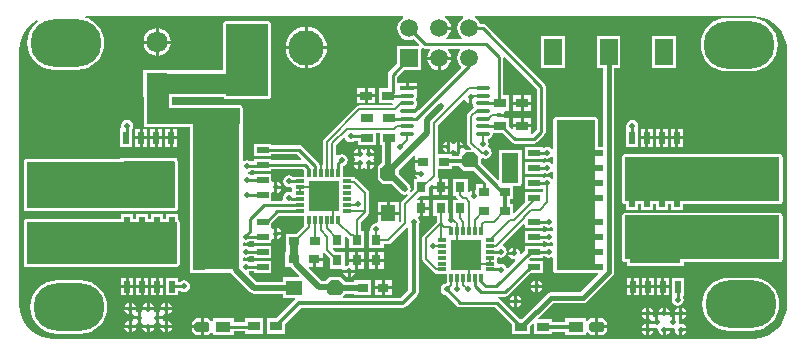
<source format=gtl>
G04*
G04 #@! TF.GenerationSoftware,Altium Limited,Altium Designer,22.1.2 (22)*
G04*
G04 Layer_Physical_Order=1*
G04 Layer_Color=255*
%FSLAX25Y25*%
%MOIN*%
G70*
G04*
G04 #@! TF.SameCoordinates,03C845ED-AF23-4815-B137-924D907A0311*
G04*
G04*
G04 #@! TF.FilePolarity,Positive*
G04*
G01*
G75*
%ADD10C,0.01000*%
%ADD11C,0.00787*%
%ADD14C,0.00591*%
%ADD15R,0.12800X0.16950*%
%ADD16R,0.03940X0.01960*%
%ADD17R,0.05000X0.03500*%
G04:AMPARAMS|DCode=18|XSize=50mil|YSize=35mil|CornerRadius=0mil|HoleSize=0mil|Usage=FLASHONLY|Rotation=0.000|XOffset=0mil|YOffset=0mil|HoleType=Round|Shape=Octagon|*
%AMOCTAGOND18*
4,1,8,0.02500,-0.00875,0.02500,0.00875,0.01625,0.01750,-0.01625,0.01750,-0.02500,0.00875,-0.02500,-0.00875,-0.01625,-0.01750,0.01625,-0.01750,0.02500,-0.00875,0.0*
%
%ADD18OCTAGOND18*%

%ADD19R,0.04000X0.03150*%
G04:AMPARAMS|DCode=20|XSize=55mil|YSize=50mil|CornerRadius=0mil|HoleSize=0mil|Usage=FLASHONLY|Rotation=0.000|XOffset=0mil|YOffset=0mil|HoleType=Round|Shape=Octagon|*
%AMOCTAGOND20*
4,1,8,0.02750,-0.01250,0.02750,0.01250,0.01500,0.02500,-0.01500,0.02500,-0.02750,0.01250,-0.02750,-0.01250,-0.01500,-0.02500,0.01500,-0.02500,0.02750,-0.01250,0.0*
%
%ADD20OCTAGOND20*%

%ADD21R,0.05500X0.05000*%
%ADD22R,0.03500X0.03000*%
%ADD23R,0.16950X0.12800*%
%ADD24R,0.01960X0.03940*%
%ADD25R,0.03150X0.01181*%
%ADD26R,0.01181X0.03150*%
%ADD27R,0.10236X0.10236*%
%ADD28R,0.03000X0.03500*%
G04:AMPARAMS|DCode=29|XSize=55mil|YSize=50mil|CornerRadius=0mil|HoleSize=0mil|Usage=FLASHONLY|Rotation=90.000|XOffset=0mil|YOffset=0mil|HoleType=Round|Shape=Octagon|*
%AMOCTAGOND29*
4,1,8,0.01250,0.02750,-0.01250,0.02750,-0.02500,0.01500,-0.02500,-0.01500,-0.01250,-0.02750,0.01250,-0.02750,0.02500,-0.01500,0.02500,0.01500,0.01250,0.02750,0.0*
%
%ADD29OCTAGOND29*%

%ADD30R,0.05000X0.05500*%
%ADD31R,0.04724X0.01260*%
%ADD32O,0.04724X0.01260*%
%ADD59C,0.01378*%
%ADD60C,0.01575*%
%ADD61C,0.01968*%
%ADD62R,0.13000X0.50000*%
%ADD63R,0.15500X0.53000*%
%ADD64R,0.03000X0.09000*%
%ADD65R,0.50000X0.14000*%
%ADD66R,0.51500X0.14500*%
%ADD67R,0.49500X0.15500*%
%ADD68R,0.05500X0.10000*%
%ADD69R,0.30500X0.05500*%
%ADD70R,0.07500X0.17000*%
%ADD71R,0.14000X0.24000*%
%ADD72R,0.40000X0.07000*%
G04:AMPARAMS|DCode=73|XSize=236.22mil|YSize=157.48mil|CornerRadius=78.74mil|HoleSize=0mil|Usage=FLASHONLY|Rotation=180.000|XOffset=0mil|YOffset=0mil|HoleType=Round|Shape=RoundedRectangle|*
%AMROUNDEDRECTD73*
21,1,0.23622,0.00000,0,0,180.0*
21,1,0.07874,0.15748,0,0,180.0*
1,1,0.15748,-0.03937,0.00000*
1,1,0.15748,0.03937,0.00000*
1,1,0.15748,0.03937,0.00000*
1,1,0.15748,-0.03937,0.00000*
%
%ADD73ROUNDEDRECTD73*%
%ADD74C,0.11811*%
%ADD75R,0.07087X0.07087*%
%ADD76C,0.07087*%
%ADD77R,0.05906X0.08661*%
%ADD78R,0.05906X0.05906*%
%ADD79C,0.05906*%
%ADD80C,0.01968*%
%ADD81C,0.04331*%
%ADD82C,0.01575*%
%ADD83C,0.01181*%
G36*
X150050Y108971D02*
X150007Y108953D01*
X149181Y108319D01*
X148547Y107493D01*
X148149Y106532D01*
X148013Y105500D01*
X148149Y104468D01*
X148547Y103507D01*
X149181Y102681D01*
X149747Y102246D01*
X149577Y101746D01*
X144422D01*
X144253Y102246D01*
X144819Y102681D01*
X145453Y103507D01*
X145851Y104468D01*
X145921Y105000D01*
X142000D01*
Y106000D01*
X145921D01*
X145851Y106532D01*
X145453Y107493D01*
X144819Y108319D01*
X143993Y108953D01*
X143950Y108971D01*
X144050Y109471D01*
X149950D01*
X150050Y108971D01*
D02*
G37*
G36*
X246034Y109471D02*
X246217Y109470D01*
X246530Y109470D01*
X247024Y109466D01*
X248508Y109349D01*
X250222Y108937D01*
X251852Y108262D01*
X253355Y107341D01*
X254696Y106196D01*
X255841Y104855D01*
X256762Y103351D01*
X257437Y101723D01*
X257849Y100008D01*
X257970Y98470D01*
X257970Y98470D01*
X257970D01*
X257971Y98469D01*
Y13994D01*
X257971Y13966D01*
X257970Y13776D01*
X257970Y13470D01*
X257965Y12976D01*
X257849Y11492D01*
X257437Y9777D01*
X256762Y8149D01*
X255841Y6645D01*
X254696Y5304D01*
X253355Y4159D01*
X251852Y3238D01*
X250222Y2563D01*
X248508Y2151D01*
X246970Y2030D01*
X246970Y2030D01*
Y2030D01*
X246969Y2029D01*
X13994Y2029D01*
X13966Y2029D01*
X13776Y2030D01*
X13470Y2030D01*
X12976Y2035D01*
X11492Y2151D01*
X9777Y2563D01*
X8149Y3238D01*
X6645Y4159D01*
X5304Y5304D01*
X4159Y6645D01*
X3238Y8149D01*
X2563Y9777D01*
X2151Y11492D01*
X2030Y13030D01*
X2030Y13030D01*
X2030D01*
X2029Y13031D01*
Y97506D01*
X2029Y97534D01*
X2030Y97724D01*
X2030Y98030D01*
X2035Y98524D01*
X2151Y100008D01*
X2563Y101723D01*
X3238Y103351D01*
X4159Y104855D01*
X5304Y106196D01*
X6645Y107341D01*
X7933Y108130D01*
X8059Y108109D01*
X8201Y107579D01*
X7258Y106805D01*
X6149Y105454D01*
X5325Y103912D01*
X4817Y102240D01*
X4646Y100500D01*
X4817Y98760D01*
X5325Y97088D01*
X6149Y95546D01*
X7258Y94195D01*
X8609Y93086D01*
X10151Y92262D01*
X11823Y91754D01*
X13563Y91583D01*
X21437D01*
X23177Y91754D01*
X24849Y92262D01*
X26391Y93086D01*
X27742Y94195D01*
X28851Y95546D01*
X29675Y97088D01*
X30183Y98760D01*
X30354Y100500D01*
X30183Y102240D01*
X29675Y103912D01*
X28851Y105454D01*
X27742Y106805D01*
X26391Y107914D01*
X24849Y108738D01*
X24083Y108971D01*
X24157Y109471D01*
X129950Y109471D01*
X130050Y108971D01*
X130007Y108953D01*
X129181Y108319D01*
X128547Y107493D01*
X128149Y106532D01*
X128013Y105500D01*
X128149Y104468D01*
X128547Y103507D01*
X129181Y102681D01*
X130007Y102047D01*
X130968Y101649D01*
X132000Y101513D01*
X133032Y101649D01*
X133496Y101841D01*
X135422Y99915D01*
X135231Y99453D01*
X128047D01*
Y93710D01*
X125419Y91081D01*
X125087Y90585D01*
X124971Y90000D01*
Y85575D01*
X122000D01*
Y80425D01*
X126323D01*
X126591Y79925D01*
X126521Y79821D01*
X115443D01*
X114938Y79720D01*
X114509Y79434D01*
X103550Y68474D01*
X103263Y68046D01*
X103163Y67540D01*
Y59931D01*
X102893D01*
Y57356D01*
X102137D01*
Y59931D01*
X102025D01*
X101960Y60259D01*
X101628Y60755D01*
X96302Y66081D01*
X95806Y66413D01*
X95221Y66529D01*
X86099D01*
Y66980D01*
X80159D01*
Y63020D01*
X86099D01*
Y63471D01*
X94587D01*
X96066Y61991D01*
X95875Y61529D01*
X86099D01*
Y61980D01*
X80159D01*
Y61215D01*
X79005D01*
X78774Y61369D01*
X78000Y61523D01*
X77226Y61369D01*
X77020Y61231D01*
X76520Y61499D01*
Y78500D01*
Y79000D01*
X76442Y79390D01*
X76221Y79721D01*
X75890Y79942D01*
X75500Y80020D01*
X53020D01*
Y82480D01*
X70144D01*
X70279Y82279D01*
X70610Y82058D01*
X71000Y81980D01*
X85000D01*
X85390Y82058D01*
X85721Y82279D01*
X85942Y82610D01*
X86020Y83000D01*
Y107000D01*
X85942Y107390D01*
X85721Y107721D01*
X85390Y107942D01*
X85000Y108020D01*
X71000D01*
X70610Y107942D01*
X70279Y107721D01*
X70058Y107390D01*
X69980Y107000D01*
Y91520D01*
X52543D01*
Y91654D01*
X43457D01*
Y82567D01*
X43480D01*
Y73500D01*
X43558Y73110D01*
X43779Y72779D01*
X44110Y72558D01*
X44500Y72480D01*
X58980D01*
Y66980D01*
X58939D01*
Y63020D01*
X58980D01*
Y61980D01*
X58939D01*
Y58020D01*
X58980D01*
Y56980D01*
X58939D01*
Y53020D01*
X58980D01*
Y51980D01*
X58939D01*
Y48020D01*
X58980D01*
Y42980D01*
X58939D01*
Y39020D01*
X58980D01*
Y37980D01*
X58939D01*
Y34020D01*
X58980D01*
Y32980D01*
X58939D01*
Y29020D01*
X58980D01*
Y27980D01*
X58939D01*
Y24020D01*
X64879D01*
Y24025D01*
X72605D01*
X72985Y23456D01*
X78871Y17569D01*
X79528Y17131D01*
X80302Y16977D01*
X90000D01*
Y15500D01*
X93808D01*
X94015Y15000D01*
X87789Y8775D01*
X84650D01*
Y3625D01*
X90650D01*
Y6765D01*
X96163Y12278D01*
X130000D01*
X130659Y12409D01*
X131218Y12782D01*
X134718Y16282D01*
X135091Y16841D01*
X135222Y17500D01*
Y40006D01*
X135369Y40226D01*
X135523Y41000D01*
X135369Y41774D01*
X135051Y42250D01*
X135284Y42750D01*
X135500D01*
Y45500D01*
Y48250D01*
X134763D01*
X134572Y48712D01*
X135510Y49650D01*
X138500D01*
Y52490D01*
X139538Y53528D01*
X140000Y53337D01*
Y53000D01*
X142000D01*
Y55250D01*
X141895D01*
X141627Y55750D01*
X141669Y55813D01*
X141777Y56356D01*
Y58500D01*
X146250D01*
Y59528D01*
X148722D01*
X150250Y58000D01*
X153565D01*
X157603Y53962D01*
X157600Y53955D01*
Y51000D01*
X156600D01*
Y53500D01*
X154350D01*
Y51864D01*
X154000Y51577D01*
Y49500D01*
X153000D01*
Y51424D01*
X152726Y51369D01*
X152069Y50931D01*
X152000Y50827D01*
X151500Y50978D01*
Y55150D01*
X146500D01*
Y49650D01*
X147702D01*
X147780Y49259D01*
X148066Y48830D01*
X148185Y48712D01*
X147993Y48250D01*
X146500D01*
Y43818D01*
X146114Y43501D01*
X146000Y43523D01*
X145500Y43424D01*
X145000Y43774D01*
Y48350D01*
X140000D01*
Y42850D01*
X141179D01*
Y40955D01*
X136810Y36586D01*
X136524Y36158D01*
X136423Y35652D01*
Y28432D01*
X136524Y27927D01*
X136810Y27498D01*
X140081Y24228D01*
X140509Y23941D01*
X140551Y23933D01*
Y23488D01*
X144488D01*
Y20521D01*
X143726Y20369D01*
X143069Y19931D01*
X142631Y19274D01*
X142477Y18500D01*
X142631Y17726D01*
X143069Y17069D01*
X143726Y16631D01*
X144309Y16515D01*
X147905Y12919D01*
X148401Y12587D01*
X148987Y12471D01*
X160716D01*
X166350Y6837D01*
Y3425D01*
X172350D01*
Y6273D01*
X173188Y7111D01*
X173650Y6919D01*
Y3425D01*
X179650D01*
Y4278D01*
X184000D01*
Y3250D01*
X191000D01*
Y3972D01*
X191462Y4163D01*
X192375Y3250D01*
X194000D01*
Y6000D01*
Y8750D01*
X192375D01*
X191462Y7837D01*
X191000Y8028D01*
Y8750D01*
X184000D01*
Y7722D01*
X179650D01*
Y8575D01*
X175305D01*
X175114Y9037D01*
X179888Y13811D01*
X189832D01*
X189832Y13811D01*
X190529Y13950D01*
X191120Y14345D01*
X199767Y22991D01*
X199767Y22991D01*
X200162Y23582D01*
X200300Y24280D01*
X200300Y24280D01*
Y92169D01*
X202453D01*
Y102831D01*
X194547D01*
Y92169D01*
X196655D01*
Y65980D01*
X195020D01*
Y75000D01*
X194942Y75390D01*
X194721Y75721D01*
X194390Y75942D01*
X194000Y76020D01*
X181000D01*
X180610Y75942D01*
X180279Y75721D01*
X180058Y75390D01*
X179980Y75000D01*
Y65508D01*
X179480Y65356D01*
X179431Y65431D01*
X178774Y65869D01*
X178000Y66023D01*
X177226Y65869D01*
X176970Y65698D01*
X176470Y65965D01*
Y65980D01*
X170530D01*
Y62020D01*
X176470D01*
Y62034D01*
X176970Y62302D01*
X177226Y62131D01*
X178000Y61977D01*
X178774Y62131D01*
X179431Y62569D01*
X179480Y62644D01*
X179980Y62492D01*
Y60508D01*
X179480Y60356D01*
X179431Y60431D01*
X178774Y60869D01*
X178000Y61023D01*
X177226Y60869D01*
X176970Y60698D01*
X176470Y60966D01*
Y60980D01*
X170530D01*
Y57020D01*
X176470D01*
Y57034D01*
X176970Y57302D01*
X177226Y57131D01*
X178000Y56977D01*
X178774Y57131D01*
X179431Y57569D01*
X179480Y57644D01*
X179980Y57492D01*
Y55508D01*
X179480Y55356D01*
X179431Y55431D01*
X178774Y55869D01*
X178000Y56023D01*
X177226Y55869D01*
X176970Y55698D01*
X176470Y55966D01*
Y55980D01*
X170530D01*
Y52020D01*
X176470D01*
X176679Y51607D01*
Y51393D01*
X176470Y50980D01*
X170530D01*
Y47210D01*
X167112Y43792D01*
X166650Y43983D01*
Y47000D01*
X165722D01*
Y48500D01*
X166750D01*
Y52980D01*
X168500D01*
X168890Y53058D01*
X169221Y53279D01*
X169442Y53610D01*
X169520Y54000D01*
Y64000D01*
X169500Y64099D01*
Y65000D01*
X168598D01*
X168500Y65020D01*
X163000D01*
X162901Y65000D01*
X162000D01*
Y64099D01*
X161980Y64000D01*
Y55108D01*
X161519Y54917D01*
X156000Y60435D01*
Y62015D01*
X156500Y62282D01*
X156726Y62131D01*
X157500Y61977D01*
X158274Y62131D01*
X158931Y62569D01*
X159369Y63226D01*
X159523Y64000D01*
X159369Y64774D01*
X158931Y65431D01*
X158591Y65658D01*
X158369Y66226D01*
X158523Y67000D01*
X158369Y67774D01*
X158150Y68102D01*
X158176Y68258D01*
X158396Y68634D01*
X158868Y68728D01*
X159407Y69089D01*
X159768Y69628D01*
X159894Y70264D01*
X160027Y70425D01*
X163187D01*
X166194Y67419D01*
X166690Y67087D01*
X167275Y66971D01*
X173500D01*
X174085Y67087D01*
X174581Y67419D01*
X177081Y69919D01*
X177413Y70415D01*
X177529Y71000D01*
Y86000D01*
X177413Y86585D01*
X177081Y87081D01*
X157581Y106581D01*
X157085Y106913D01*
X156500Y107029D01*
X155645D01*
X155453Y107493D01*
X154819Y108319D01*
X153993Y108953D01*
X153950Y108971D01*
X154050Y109471D01*
X246006Y109471D01*
X246034Y109471D01*
D02*
G37*
G36*
X153000Y80238D02*
X153185Y80103D01*
X153232Y79864D01*
X153411Y79596D01*
X153549Y79231D01*
X153380Y78866D01*
X151739Y77225D01*
X151431Y76764D01*
X151323Y76220D01*
Y67393D01*
X151431Y66849D01*
X151739Y66388D01*
X152665Y65462D01*
X152474Y65000D01*
X150583D01*
X150493Y65068D01*
X150221Y65488D01*
X150223Y65500D01*
X149000D01*
Y63812D01*
X149021Y63771D01*
X148500Y63250D01*
Y62972D01*
X146250D01*
Y63500D01*
X141777D01*
Y73268D01*
X150172Y81663D01*
X150756Y81539D01*
X151069Y81069D01*
X151726Y80631D01*
X152000Y80576D01*
Y82500D01*
X153000D01*
Y80238D01*
D02*
G37*
G36*
X136698Y98804D02*
X137283Y98687D01*
X138895D01*
X139080Y98188D01*
X138547Y97493D01*
X138149Y96532D01*
X138079Y96000D01*
X145921D01*
X145851Y96532D01*
X145453Y97493D01*
X144920Y98188D01*
X145105Y98687D01*
X148895D01*
X149080Y98188D01*
X148547Y97493D01*
X148149Y96532D01*
X148013Y95500D01*
X148149Y94468D01*
X148547Y93507D01*
X149181Y92681D01*
X149202Y92365D01*
X135136Y78299D01*
X134593Y78463D01*
X134571Y78577D01*
X134392Y78845D01*
X134250Y79220D01*
X134392Y79596D01*
X134571Y79864D01*
X134697Y80500D01*
X134571Y81136D01*
X134392Y81404D01*
X134250Y81779D01*
X134392Y82155D01*
X134571Y82423D01*
X134697Y83059D01*
X134612Y83488D01*
X134665Y83988D01*
X134665Y83988D01*
X134665Y83988D01*
Y85118D01*
X131303D01*
Y85618D01*
X130803D01*
Y87248D01*
X128029D01*
Y89367D01*
X130210Y91547D01*
X135953D01*
Y98700D01*
X136453Y98968D01*
X136698Y98804D01*
D02*
G37*
G36*
X174471Y85366D02*
Y71633D01*
X173071Y70234D01*
X172650Y70520D01*
Y72500D01*
X166650D01*
Y71941D01*
X166188Y71750D01*
X165350Y72588D01*
Y75575D01*
X164087D01*
X163790Y76000D01*
X162000D01*
Y77000D01*
X163723D01*
X163684Y77197D01*
X163531Y77425D01*
X163799Y77925D01*
X165350D01*
Y83075D01*
X163454D01*
Y95676D01*
X163947Y95890D01*
X174471Y85366D01*
D02*
G37*
G36*
X122150Y66425D02*
X123052D01*
Y60802D01*
X121500Y59250D01*
Y55250D01*
X123250Y53500D01*
X126139D01*
X129069Y50569D01*
X129726Y50131D01*
X130500Y49977D01*
X131274Y50131D01*
X131563Y49722D01*
X129724Y47883D01*
X129416Y47422D01*
X129307Y46878D01*
Y41317D01*
X128962Y40971D01*
X128500Y41163D01*
Y43250D01*
X125000D01*
X121500D01*
Y40818D01*
X121114Y40501D01*
X121000Y40523D01*
X120226Y40369D01*
X119569Y39931D01*
X119131Y39274D01*
X118977Y38500D01*
X119049Y38137D01*
X118732Y37750D01*
X118500D01*
Y32250D01*
X123500D01*
Y33579D01*
X125000D01*
X125544Y33687D01*
X126005Y33995D01*
X131278Y39268D01*
X131778Y39061D01*
Y18213D01*
X129287Y15722D01*
X110125D01*
X109934Y16184D01*
X110727Y16977D01*
X113750D01*
Y16500D01*
X119250D01*
Y21500D01*
X113750D01*
Y21023D01*
X110727D01*
X109250Y22500D01*
X105250D01*
X104023Y21273D01*
X102821D01*
X98556Y25538D01*
X98747Y26000D01*
X99900D01*
Y28500D01*
X100400D01*
Y29000D01*
X103150D01*
Y30716D01*
X103650Y30868D01*
X103721Y30761D01*
X105500Y28982D01*
Y25350D01*
X109636D01*
X109923Y25000D01*
X114000D01*
Y27600D01*
X112000D01*
Y26523D01*
X111226Y26369D01*
X111000Y26218D01*
X110500Y26485D01*
Y30850D01*
X107368D01*
X106468Y31750D01*
X106675Y32250D01*
X110500D01*
Y36023D01*
X110962Y36215D01*
X111655Y35521D01*
X112000Y35291D01*
Y32250D01*
X117000D01*
Y37750D01*
X115821D01*
Y40953D01*
X118213Y43346D01*
X118500Y43774D01*
X118600Y44280D01*
Y50525D01*
X118500Y51031D01*
X118213Y51459D01*
X114418Y55254D01*
X113990Y55541D01*
X113948Y55549D01*
Y55994D01*
X110011D01*
Y59579D01*
X110274Y59631D01*
X110931Y60069D01*
X111369Y60726D01*
X111523Y61500D01*
X111369Y62274D01*
X110931Y62931D01*
X110274Y63369D01*
X109500Y63523D01*
X108726Y63369D01*
X108273Y63066D01*
X107773Y63318D01*
Y66712D01*
X110116Y69055D01*
X110594Y68910D01*
X110631Y68726D01*
X111069Y68069D01*
X111726Y67631D01*
X112500Y67477D01*
X113274Y67631D01*
X113783Y67971D01*
X114850D01*
Y66425D01*
X120850D01*
Y70679D01*
X122150D01*
Y66425D01*
D02*
G37*
G36*
X96927Y58303D02*
Y57356D01*
X96988Y57050D01*
Y55994D01*
X93336D01*
X92774Y56369D01*
X92000Y56523D01*
X91226Y56369D01*
X90569Y55931D01*
X90131Y55274D01*
X89977Y54500D01*
X90131Y53726D01*
X90569Y53069D01*
X91226Y52631D01*
X92000Y52477D01*
X92550Y52586D01*
X92998Y52294D01*
X93050Y52215D01*
Y51285D01*
X92998Y51205D01*
X92550Y50914D01*
X92000Y51023D01*
X91226Y50869D01*
X90569Y50431D01*
X90131Y49774D01*
X89977Y49000D01*
X90071Y48527D01*
X89708Y48027D01*
X88537D01*
X88524Y48029D01*
X86099D01*
Y50519D01*
X86540Y50755D01*
X86726Y50631D01*
X87000Y50576D01*
Y52500D01*
Y54424D01*
X86726Y54369D01*
X86540Y54245D01*
X86099Y54481D01*
Y56980D01*
X80159D01*
Y56529D01*
X79283D01*
X78774Y56869D01*
X78141Y56995D01*
Y57505D01*
X78774Y57631D01*
X79431Y58069D01*
X79488Y58156D01*
X80159D01*
Y58020D01*
X86099D01*
Y58471D01*
X96759D01*
X96927Y58303D01*
D02*
G37*
G36*
X133850Y62836D02*
Y61500D01*
X136600D01*
Y60500D01*
X133850D01*
Y58500D01*
X134014D01*
X134282Y58000D01*
X134131Y57774D01*
X134076Y57500D01*
X136000D01*
Y56500D01*
X134076D01*
X134131Y56226D01*
X134516Y55650D01*
X134366Y55150D01*
X133500D01*
Y51660D01*
X132778Y50937D01*
X132369Y51226D01*
X132523Y52000D01*
X132369Y52774D01*
X131931Y53431D01*
X128500Y56861D01*
Y58139D01*
X133388Y63027D01*
X133850Y62836D01*
D02*
G37*
G36*
X170530Y40059D02*
Y39020D01*
X176470D01*
Y39471D01*
X177217D01*
X177726Y39131D01*
X178500Y38977D01*
X179274Y39131D01*
X179480Y39269D01*
X179980Y39001D01*
Y37999D01*
X179480Y37731D01*
X179274Y37869D01*
X178500Y38023D01*
X177726Y37869D01*
X177217Y37529D01*
X176470D01*
Y37980D01*
X170530D01*
Y34020D01*
X176470D01*
Y34471D01*
X177217D01*
X177726Y34131D01*
X178500Y33977D01*
X179274Y34131D01*
X179480Y34269D01*
X179980Y34001D01*
Y32999D01*
X179480Y32731D01*
X179274Y32869D01*
X178500Y33023D01*
X177726Y32869D01*
X177217Y32529D01*
X176470D01*
Y32980D01*
X170530D01*
Y31183D01*
X169455Y30108D01*
X168994Y30354D01*
X169023Y30500D01*
X168869Y31274D01*
X168431Y31931D01*
X167774Y32369D01*
X167500Y32424D01*
Y30500D01*
X167000D01*
Y30000D01*
X165076D01*
X165131Y29726D01*
X165569Y29069D01*
X166226Y28631D01*
X167000Y28477D01*
X167146Y28506D01*
X167392Y28045D01*
X164869Y25522D01*
X164391Y25667D01*
X164369Y25774D01*
X163931Y26431D01*
X163274Y26869D01*
X162500Y27023D01*
X161949Y26913D01*
X161449Y27240D01*
Y28760D01*
X161949Y29087D01*
X162500Y28977D01*
X163274Y29131D01*
X163931Y29569D01*
X164369Y30226D01*
X164523Y31000D01*
X164369Y31774D01*
X163931Y32431D01*
X163346Y32821D01*
X163177Y33359D01*
X170068Y40251D01*
X170530Y40059D01*
D02*
G37*
G36*
X96988Y39505D02*
X94502Y37020D01*
X92000D01*
X91901Y37000D01*
X90850D01*
Y32000D01*
X90980D01*
Y31000D01*
X90750D01*
Y26000D01*
X91901D01*
X92000Y25980D01*
X92538D01*
X92835Y25536D01*
X95410Y22962D01*
X95218Y22500D01*
X90000D01*
Y21023D01*
X81140D01*
X78465Y23698D01*
X78553Y24317D01*
X78783Y24471D01*
X80159D01*
Y24020D01*
X86099D01*
Y27980D01*
X80159D01*
Y27529D01*
X78783D01*
X78274Y27869D01*
X77500Y28023D01*
X77020Y27928D01*
X76570Y28251D01*
Y28749D01*
X77020Y29072D01*
X77500Y28977D01*
X78274Y29131D01*
X78783Y29471D01*
X80159D01*
Y29020D01*
X86099D01*
Y32980D01*
X80159D01*
Y32529D01*
X78783D01*
X78274Y32869D01*
X77500Y33023D01*
X77020Y32928D01*
X76570Y33250D01*
Y33749D01*
X77020Y34072D01*
X77500Y33977D01*
X78274Y34131D01*
X78783Y34471D01*
X80159D01*
Y34020D01*
X86099D01*
Y35019D01*
X86540Y35255D01*
X86726Y35131D01*
X87000Y35076D01*
Y37000D01*
Y38924D01*
X86726Y38869D01*
X86464Y38694D01*
X86099Y39052D01*
Y40436D01*
X88572Y42909D01*
X95625D01*
X95932Y42970D01*
X96988D01*
Y39505D01*
D02*
G37*
G36*
X177726Y29131D02*
X178500Y28977D01*
X179274Y29131D01*
X179480Y29269D01*
X179980Y29001D01*
Y25000D01*
X180058Y24610D01*
X180229Y24354D01*
Y24025D01*
X180776D01*
X181000Y23980D01*
X194000D01*
X194199Y24020D01*
X194988D01*
X195179Y23558D01*
X189077Y17456D01*
X179134D01*
X179133Y17456D01*
X178436Y17317D01*
X177845Y16922D01*
X177845Y16922D01*
X169498Y8575D01*
X168938D01*
X162431Y15081D01*
X161935Y15413D01*
X161645Y15471D01*
X161695Y15971D01*
X164010D01*
X164595Y16087D01*
X165091Y16419D01*
X172693Y24020D01*
X176470D01*
Y27980D01*
X172306D01*
X172115Y28442D01*
X172693Y29020D01*
X176470D01*
Y29471D01*
X177217D01*
X177726Y29131D01*
D02*
G37*
%LPC*%
G36*
X48500Y105406D02*
Y101390D01*
X52517D01*
X52426Y102076D01*
X51969Y103181D01*
X51240Y104130D01*
X50291Y104858D01*
X49186Y105316D01*
X48500Y105406D01*
D02*
G37*
G36*
X47500Y105406D02*
X46814Y105316D01*
X45709Y104858D01*
X44760Y104130D01*
X44031Y103181D01*
X43574Y102076D01*
X43483Y101390D01*
X47500D01*
Y105406D01*
D02*
G37*
G36*
X98185Y105890D02*
Y99500D01*
X104575D01*
X104491Y100354D01*
X104096Y101655D01*
X103454Y102855D01*
X102592Y103907D01*
X101540Y104770D01*
X100340Y105411D01*
X99039Y105806D01*
X98185Y105890D01*
D02*
G37*
G36*
X97185D02*
X96331Y105806D01*
X95030Y105411D01*
X93830Y104770D01*
X92778Y103907D01*
X91916Y102855D01*
X91274Y101655D01*
X90879Y100354D01*
X90795Y99500D01*
X97185D01*
Y105890D01*
D02*
G37*
G36*
X47500Y100390D02*
X43483D01*
X43574Y99704D01*
X44031Y98598D01*
X44760Y97650D01*
X45709Y96921D01*
X46814Y96463D01*
X47500Y96373D01*
Y100390D01*
D02*
G37*
G36*
X52517D02*
X48500D01*
Y96373D01*
X49186Y96463D01*
X50291Y96921D01*
X51240Y97650D01*
X51969Y98598D01*
X52426Y99704D01*
X52517Y100390D01*
D02*
G37*
G36*
X220957Y102831D02*
X213051D01*
Y92169D01*
X220957D01*
Y102831D01*
D02*
G37*
G36*
X183949D02*
X176043D01*
Y92169D01*
X183949D01*
Y102831D01*
D02*
G37*
G36*
X104575Y98500D02*
X98185D01*
Y92110D01*
X99039Y92194D01*
X100340Y92589D01*
X101540Y93230D01*
X102592Y94093D01*
X103454Y95145D01*
X104096Y96345D01*
X104491Y97646D01*
X104575Y98500D01*
D02*
G37*
G36*
X97185D02*
X90795D01*
X90879Y97646D01*
X91274Y96345D01*
X91916Y95145D01*
X92778Y94093D01*
X93830Y93230D01*
X95030Y92589D01*
X96331Y92194D01*
X97185Y92110D01*
Y98500D01*
D02*
G37*
G36*
X245937Y108917D02*
X238063D01*
X236323Y108746D01*
X234651Y108238D01*
X233109Y107414D01*
X231758Y106305D01*
X230649Y104954D01*
X229825Y103412D01*
X229317Y101740D01*
X229146Y100000D01*
X229317Y98260D01*
X229825Y96588D01*
X230649Y95046D01*
X231758Y93695D01*
X233109Y92586D01*
X234651Y91762D01*
X236323Y91254D01*
X238063Y91083D01*
X245937D01*
X247677Y91254D01*
X249349Y91762D01*
X250891Y92586D01*
X252242Y93695D01*
X253351Y95046D01*
X254175Y96588D01*
X254683Y98260D01*
X254854Y100000D01*
X254683Y101740D01*
X254175Y103412D01*
X253351Y104954D01*
X252242Y106305D01*
X250891Y107414D01*
X249349Y108238D01*
X247677Y108746D01*
X245937Y108917D01*
D02*
G37*
G36*
X120700Y85575D02*
X118200D01*
Y83500D01*
X120700D01*
Y85575D01*
D02*
G37*
G36*
X117200D02*
X114700D01*
Y83500D01*
X117200D01*
Y85575D01*
D02*
G37*
G36*
X120700Y82500D02*
X118200D01*
Y80425D01*
X120700D01*
Y82500D01*
D02*
G37*
G36*
X117200D02*
X114700D01*
Y80425D01*
X117200D01*
Y82500D01*
D02*
G37*
G36*
X223244Y71970D02*
X221764D01*
Y69500D01*
X223244D01*
Y71970D01*
D02*
G37*
G36*
X220764D02*
X219284D01*
Y69500D01*
X220764D01*
Y71970D01*
D02*
G37*
G36*
X218244D02*
X216764D01*
Y69500D01*
X218244D01*
Y71970D01*
D02*
G37*
G36*
X215764D02*
X214284D01*
Y69500D01*
X215764D01*
Y71970D01*
D02*
G37*
G36*
X213244D02*
X211764D01*
Y69500D01*
X213244D01*
Y71970D01*
D02*
G37*
G36*
X210764D02*
X209284D01*
Y69500D01*
X210764D01*
Y71970D01*
D02*
G37*
G36*
X54744D02*
X53264D01*
Y69500D01*
X54744D01*
Y71970D01*
D02*
G37*
G36*
X52264D02*
X50784D01*
Y69500D01*
X52264D01*
Y71970D01*
D02*
G37*
G36*
X49744D02*
X48264D01*
Y69500D01*
X49744D01*
Y71970D01*
D02*
G37*
G36*
X47264D02*
X45784D01*
Y69500D01*
X47264D01*
Y71970D01*
D02*
G37*
G36*
X44744D02*
X43264D01*
Y69500D01*
X44744D01*
Y71970D01*
D02*
G37*
G36*
X42264D02*
X40784D01*
Y69500D01*
X42264D01*
Y71970D01*
D02*
G37*
G36*
X223244Y68500D02*
X221764D01*
Y66030D01*
X223244D01*
Y68500D01*
D02*
G37*
G36*
X220764D02*
X219284D01*
Y66030D01*
X220764D01*
Y68500D01*
D02*
G37*
G36*
X218244D02*
X216764D01*
Y66030D01*
X218244D01*
Y68500D01*
D02*
G37*
G36*
X215764D02*
X214284D01*
Y66030D01*
X215764D01*
Y68500D01*
D02*
G37*
G36*
X213244D02*
X211764D01*
Y66030D01*
X213244D01*
Y68500D01*
D02*
G37*
G36*
X210764D02*
X209284D01*
Y66030D01*
X210764D01*
Y68500D01*
D02*
G37*
G36*
X206382Y74905D02*
X205608Y74751D01*
X204951Y74312D01*
X204513Y73656D01*
X204359Y72882D01*
X204441Y72470D01*
X204284Y71970D01*
X204284D01*
Y66030D01*
X208244D01*
Y71970D01*
X208244Y71970D01*
X208317Y72440D01*
X208405Y72882D01*
X208251Y73656D01*
X207812Y74312D01*
X207156Y74751D01*
X206382Y74905D01*
D02*
G37*
G36*
X54744Y68500D02*
X53264D01*
Y66030D01*
X54744D01*
Y68500D01*
D02*
G37*
G36*
X52264D02*
X50784D01*
Y66030D01*
X52264D01*
Y68500D01*
D02*
G37*
G36*
X49744D02*
X48264D01*
Y66030D01*
X49744D01*
Y68500D01*
D02*
G37*
G36*
X47264D02*
X45784D01*
Y66030D01*
X47264D01*
Y68500D01*
D02*
G37*
G36*
X44744D02*
X43264D01*
Y66030D01*
X44744D01*
Y68500D01*
D02*
G37*
G36*
X42264D02*
X40784D01*
Y66030D01*
X42264D01*
Y68500D01*
D02*
G37*
G36*
X38000Y75023D02*
X37226Y74869D01*
X36569Y74431D01*
X36131Y73774D01*
X35977Y73000D01*
X36082Y72470D01*
X35784Y71970D01*
X35784D01*
Y66030D01*
X39744D01*
Y71659D01*
X39800Y72123D01*
X39869Y72226D01*
X39904Y72403D01*
X39904Y72403D01*
X39942Y72591D01*
X40023Y73000D01*
X39869Y73774D01*
X39431Y74431D01*
X38774Y74869D01*
X38000Y75023D01*
D02*
G37*
G36*
X145000Y55250D02*
X143000D01*
Y53000D01*
X145000D01*
Y55250D01*
D02*
G37*
G36*
Y52000D02*
X143000D01*
Y49750D01*
X145000D01*
Y52000D01*
D02*
G37*
G36*
X142000D02*
X140000D01*
Y49750D01*
X142000D01*
Y52000D01*
D02*
G37*
G36*
X138500Y48250D02*
X136500D01*
Y46000D01*
X138500D01*
Y48250D01*
D02*
G37*
G36*
X255500Y63520D02*
X204000D01*
X203610Y63442D01*
X203279Y63221D01*
X203058Y62890D01*
X202980Y62500D01*
Y48000D01*
X203058Y47610D01*
X203279Y47279D01*
X203610Y47058D01*
X204000Y46980D01*
X204284D01*
Y44809D01*
X208244D01*
Y46980D01*
X209284D01*
Y44809D01*
X213244D01*
Y46980D01*
X214284D01*
Y44809D01*
X218244D01*
Y46980D01*
X219284D01*
Y44809D01*
X223244D01*
Y46980D01*
X255500D01*
X255890Y47058D01*
X256221Y47279D01*
X256442Y47610D01*
X256520Y48000D01*
Y62500D01*
X256442Y62890D01*
X256221Y63221D01*
X255890Y63442D01*
X255500Y63520D01*
D02*
G37*
G36*
X54739Y62271D02*
X35789D01*
Y62020D01*
X4500D01*
X4110Y61942D01*
X3779Y61721D01*
X3558Y61390D01*
X3480Y61000D01*
Y45500D01*
X3558Y45110D01*
X3779Y44779D01*
X4110Y44558D01*
X4500Y44480D01*
X54000D01*
X54390Y44558D01*
X54721Y44779D01*
X54741Y44809D01*
X54744D01*
Y44813D01*
X54942Y45110D01*
X55020Y45500D01*
Y61000D01*
X54942Y61390D01*
X54739Y61694D01*
Y62271D01*
D02*
G37*
G36*
X138500Y45000D02*
X136500D01*
Y42750D01*
X138500D01*
Y45000D01*
D02*
G37*
G36*
X54980Y43561D02*
X51020D01*
Y42020D01*
X49980D01*
Y43561D01*
X46020D01*
Y42020D01*
X44980D01*
Y43561D01*
X41020D01*
Y42020D01*
X39980D01*
Y43561D01*
X36020D01*
Y42020D01*
X4500D01*
X4110Y41942D01*
X3779Y41721D01*
X3558Y41390D01*
X3480Y41000D01*
Y27000D01*
X3558Y26610D01*
X3779Y26279D01*
X4110Y26058D01*
X4500Y25980D01*
X54500D01*
X54890Y26058D01*
X54953Y26100D01*
X54975D01*
Y26115D01*
X55221Y26279D01*
X55442Y26610D01*
X55520Y27000D01*
Y41000D01*
X55442Y41390D01*
X55221Y41721D01*
X54980Y41882D01*
Y43561D01*
D02*
G37*
G36*
X255500Y44020D02*
X204000D01*
X203610Y43942D01*
X203279Y43721D01*
X203058Y43390D01*
X202980Y43000D01*
Y28500D01*
X203058Y28110D01*
X203279Y27779D01*
X203610Y27558D01*
X204000Y27480D01*
X204525D01*
Y26100D01*
X223475D01*
Y27480D01*
X255500D01*
X255890Y27558D01*
X256221Y27779D01*
X256442Y28110D01*
X256520Y28500D01*
Y43000D01*
X256442Y43390D01*
X256221Y43721D01*
X255890Y43942D01*
X255500Y44020D01*
D02*
G37*
G36*
X218480Y22341D02*
X217000D01*
Y19871D01*
X218480D01*
Y22341D01*
D02*
G37*
G36*
X44980D02*
X43500D01*
Y19871D01*
X44980D01*
Y22341D01*
D02*
G37*
G36*
X39980D02*
X38500D01*
Y19871D01*
X39980D01*
Y22341D01*
D02*
G37*
G36*
X213480D02*
X212000D01*
Y19871D01*
X213480D01*
Y22341D01*
D02*
G37*
G36*
X49980D02*
X48500D01*
Y19871D01*
X49980D01*
Y22341D01*
D02*
G37*
G36*
X208480D02*
X207000D01*
Y19871D01*
X208480D01*
Y22341D01*
D02*
G37*
G36*
X216000D02*
X214520D01*
Y19871D01*
X216000D01*
Y22341D01*
D02*
G37*
G36*
X37500D02*
X36020D01*
Y19871D01*
X37500D01*
Y22341D01*
D02*
G37*
G36*
X211000D02*
X209520D01*
Y19871D01*
X211000D01*
Y22341D01*
D02*
G37*
G36*
X42500D02*
X41020D01*
Y19871D01*
X42500D01*
Y22341D01*
D02*
G37*
G36*
X206000D02*
X204520D01*
Y19871D01*
X206000D01*
Y22341D01*
D02*
G37*
G36*
X47500D02*
X46020D01*
Y19871D01*
X47500D01*
Y22341D01*
D02*
G37*
G36*
X54980D02*
X51020D01*
Y16401D01*
X54980D01*
Y17971D01*
X55717D01*
X56226Y17631D01*
X57000Y17477D01*
X57774Y17631D01*
X58431Y18069D01*
X58869Y18726D01*
X59023Y19500D01*
X58869Y20274D01*
X58431Y20931D01*
X57774Y21369D01*
X57000Y21523D01*
X56226Y21369D01*
X55717Y21029D01*
X54980D01*
Y22341D01*
D02*
G37*
G36*
X218480Y18871D02*
X217000D01*
Y16401D01*
X218480D01*
Y18871D01*
D02*
G37*
G36*
X216000D02*
X214520D01*
Y16401D01*
X216000D01*
Y18871D01*
D02*
G37*
G36*
X213480D02*
X212000D01*
Y16401D01*
X213480D01*
Y18871D01*
D02*
G37*
G36*
X211000D02*
X209520D01*
Y16401D01*
X211000D01*
Y18871D01*
D02*
G37*
G36*
X208480D02*
X207000D01*
Y16401D01*
X208480D01*
Y18871D01*
D02*
G37*
G36*
X206000D02*
X204520D01*
Y16401D01*
X206000D01*
Y18871D01*
D02*
G37*
G36*
X49980D02*
X48500D01*
Y16401D01*
X49980D01*
Y18871D01*
D02*
G37*
G36*
X47500D02*
X46020D01*
Y16401D01*
X47500D01*
Y18871D01*
D02*
G37*
G36*
X44980D02*
X43500D01*
Y16401D01*
X44980D01*
Y18871D01*
D02*
G37*
G36*
X42500D02*
X41020D01*
Y16401D01*
X42500D01*
Y18871D01*
D02*
G37*
G36*
X39980D02*
X38500D01*
Y16401D01*
X39980D01*
Y18871D01*
D02*
G37*
G36*
X37500D02*
X36020D01*
Y16401D01*
X37500D01*
Y18871D01*
D02*
G37*
G36*
X223480Y22341D02*
X219520D01*
Y16401D01*
X219520D01*
X219715Y15901D01*
X219631Y15774D01*
X219477Y15000D01*
X219631Y14226D01*
X220069Y13569D01*
X220726Y13131D01*
X221500Y12977D01*
X222274Y13131D01*
X222931Y13569D01*
X223369Y14226D01*
X223523Y15000D01*
X223369Y15774D01*
X223285Y15901D01*
X223480Y16401D01*
X223480D01*
Y22341D01*
D02*
G37*
G36*
X51500Y13924D02*
Y12500D01*
X52924D01*
X52869Y12774D01*
X52431Y13431D01*
X51774Y13869D01*
X51500Y13924D01*
D02*
G37*
G36*
X50500D02*
X50226Y13869D01*
X49569Y13431D01*
X49131Y12774D01*
X49076Y12500D01*
X50500D01*
Y13924D01*
D02*
G37*
G36*
X45500D02*
Y12500D01*
X46924D01*
X46869Y12774D01*
X46431Y13431D01*
X45774Y13869D01*
X45500Y13924D01*
D02*
G37*
G36*
X44500D02*
X44226Y13869D01*
X43569Y13431D01*
X43131Y12774D01*
X43076Y12500D01*
X44500D01*
Y13924D01*
D02*
G37*
G36*
X39500D02*
Y12500D01*
X40924D01*
X40869Y12774D01*
X40431Y13431D01*
X39774Y13869D01*
X39500Y13924D01*
D02*
G37*
G36*
X38500D02*
X38226Y13869D01*
X37569Y13431D01*
X37131Y12774D01*
X37076Y12500D01*
X38500D01*
Y13924D01*
D02*
G37*
G36*
X223000Y12424D02*
Y11000D01*
X224424D01*
X224369Y11274D01*
X223931Y11931D01*
X223274Y12369D01*
X223000Y12424D01*
D02*
G37*
G36*
X222000D02*
X221726Y12369D01*
X221069Y11931D01*
X220631Y11274D01*
X220576Y11000D01*
X222000D01*
Y12424D01*
D02*
G37*
G36*
X217500D02*
Y11000D01*
X218924D01*
X218869Y11274D01*
X218431Y11931D01*
X217774Y12369D01*
X217500Y12424D01*
D02*
G37*
G36*
X216500D02*
X216226Y12369D01*
X215569Y11931D01*
X215131Y11274D01*
X215076Y11000D01*
X216500D01*
Y12424D01*
D02*
G37*
G36*
X212000D02*
Y11000D01*
X213424D01*
X213369Y11274D01*
X212931Y11931D01*
X212274Y12369D01*
X212000Y12424D01*
D02*
G37*
G36*
X211000D02*
X210726Y12369D01*
X210069Y11931D01*
X209631Y11274D01*
X209576Y11000D01*
X211000D01*
Y12424D01*
D02*
G37*
G36*
X46924Y11500D02*
X43076D01*
X43129Y11233D01*
X43110Y11205D01*
X42795Y10890D01*
X42767Y10871D01*
X42500Y10924D01*
Y9000D01*
Y7076D01*
X42767Y7129D01*
X42795Y7110D01*
X43110Y6795D01*
X43129Y6767D01*
X43076Y6500D01*
X46924D01*
X46871Y6767D01*
X46890Y6795D01*
X47205Y7110D01*
X47233Y7129D01*
X47500Y7076D01*
Y9000D01*
Y10924D01*
X47233Y10871D01*
X47205Y10890D01*
X46890Y11205D01*
X46871Y11233D01*
X46924Y11500D01*
D02*
G37*
G36*
X50500D02*
X49076D01*
X49129Y11233D01*
X49110Y11205D01*
X48795Y10890D01*
X48767Y10871D01*
X48500Y10924D01*
Y9500D01*
X49924D01*
X49871Y9767D01*
X49890Y9795D01*
X50205Y10110D01*
X50233Y10129D01*
X50500Y10076D01*
Y11500D01*
D02*
G37*
G36*
X52924D02*
X51500D01*
Y10076D01*
X51774Y10131D01*
X52431Y10569D01*
X52869Y11226D01*
X52924Y11500D01*
D02*
G37*
G36*
X38500D02*
X37076D01*
X37131Y11226D01*
X37569Y10569D01*
X38226Y10131D01*
X38500Y10076D01*
Y11500D01*
D02*
G37*
G36*
X40924D02*
X39500D01*
Y10076D01*
X39767Y10129D01*
X39795Y10110D01*
X40110Y9795D01*
X40129Y9767D01*
X40076Y9500D01*
X41500D01*
Y10924D01*
X41233Y10871D01*
X41205Y10890D01*
X40890Y11205D01*
X40871Y11233D01*
X40924Y11500D01*
D02*
G37*
G36*
X224424Y10000D02*
X223000D01*
Y8576D01*
X223274Y8631D01*
X223931Y9069D01*
X224369Y9726D01*
X224424Y10000D01*
D02*
G37*
G36*
X211000D02*
X209576D01*
X209631Y9726D01*
X210069Y9069D01*
X210726Y8631D01*
X211000Y8576D01*
Y10000D01*
D02*
G37*
G36*
X213424D02*
X212000D01*
Y8576D01*
X212267Y8629D01*
X212295Y8610D01*
X212610Y8295D01*
X212629Y8267D01*
X212576Y8000D01*
X214000D01*
Y9424D01*
X213733Y9371D01*
X213705Y9390D01*
X213390Y9705D01*
X213371Y9733D01*
X213424Y10000D01*
D02*
G37*
G36*
X41500Y8500D02*
X40076D01*
X40129Y8233D01*
X40110Y8205D01*
X39795Y7890D01*
X39767Y7871D01*
X39500Y7924D01*
Y6500D01*
X40924D01*
X40871Y6767D01*
X40890Y6795D01*
X41205Y7110D01*
X41233Y7129D01*
X41500Y7076D01*
Y8500D01*
D02*
G37*
G36*
X83350Y8775D02*
X77350D01*
Y7529D01*
X73500D01*
Y8750D01*
X66500D01*
Y8028D01*
X66038Y7837D01*
X65125Y8750D01*
X63500D01*
Y6000D01*
Y3250D01*
X65125D01*
X66038Y4163D01*
X66500Y3972D01*
Y3250D01*
X73500D01*
Y4471D01*
X77350D01*
Y3625D01*
X83350D01*
Y8775D01*
D02*
G37*
G36*
X222000Y10000D02*
X220576D01*
X220593Y9915D01*
X220500Y9798D01*
Y7500D01*
X219500D01*
Y9424D01*
X219233Y9371D01*
X219205Y9390D01*
X218890Y9705D01*
X218871Y9733D01*
X218924Y10000D01*
X215076D01*
X215093Y9915D01*
X215000Y9798D01*
Y7500D01*
X214500D01*
Y7000D01*
X212202D01*
X212085Y6907D01*
X212000Y6924D01*
Y5500D01*
X213798D01*
X213915Y5593D01*
X214500Y5477D01*
X214654Y5508D01*
X215007Y5154D01*
X214977Y5000D01*
X215131Y4226D01*
X215569Y3569D01*
X216226Y3131D01*
X216500Y3076D01*
Y5000D01*
X217000D01*
Y5500D01*
X219298D01*
X219415Y5593D01*
X220000Y5477D01*
X220154Y5508D01*
X220508Y5154D01*
X220477Y5000D01*
X220631Y4226D01*
X221069Y3569D01*
X221726Y3131D01*
X222000Y3076D01*
Y5000D01*
X222500D01*
Y5500D01*
X224424D01*
X224369Y5774D01*
X223931Y6431D01*
X223274Y6869D01*
X222500Y7023D01*
X222346Y6993D01*
X221992Y7346D01*
X222023Y7500D01*
X221907Y8085D01*
X222000Y8202D01*
Y10000D01*
D02*
G37*
G36*
X196625Y8750D02*
X195000D01*
Y6500D01*
X198000D01*
Y7375D01*
X196625Y8750D01*
D02*
G37*
G36*
X51500Y7924D02*
Y6500D01*
X52924D01*
X52869Y6774D01*
X52431Y7431D01*
X51774Y7869D01*
X51500Y7924D01*
D02*
G37*
G36*
X49924Y8500D02*
X48500D01*
Y7076D01*
X48767Y7129D01*
X48795Y7110D01*
X49110Y6795D01*
X49129Y6767D01*
X49076Y6500D01*
X50500D01*
Y7924D01*
X50233Y7871D01*
X50205Y7890D01*
X49890Y8205D01*
X49871Y8233D01*
X49924Y8500D01*
D02*
G37*
G36*
X38500Y7924D02*
X38226Y7869D01*
X37569Y7431D01*
X37131Y6774D01*
X37076Y6500D01*
X38500D01*
Y7924D01*
D02*
G37*
G36*
X62500Y8750D02*
X60875D01*
X59500Y7375D01*
Y6500D01*
X62500D01*
Y8750D01*
D02*
G37*
G36*
X211000Y6924D02*
X210726Y6869D01*
X210069Y6431D01*
X209631Y5774D01*
X209576Y5500D01*
X211000D01*
Y6924D01*
D02*
G37*
G36*
X246437Y22395D02*
X238563D01*
X236823Y22223D01*
X235151Y21716D01*
X233609Y20892D01*
X232258Y19783D01*
X231149Y18432D01*
X230325Y16890D01*
X229817Y15217D01*
X229646Y13478D01*
X229817Y11738D01*
X230325Y10065D01*
X231149Y8524D01*
X232258Y7173D01*
X233609Y6064D01*
X235151Y5240D01*
X236823Y4732D01*
X238563Y4561D01*
X246437D01*
X248177Y4732D01*
X249849Y5240D01*
X251391Y6064D01*
X252742Y7173D01*
X253851Y8524D01*
X254675Y10065D01*
X255183Y11738D01*
X255354Y13478D01*
X255183Y15217D01*
X254675Y16890D01*
X253851Y18432D01*
X252742Y19783D01*
X251391Y20892D01*
X249849Y21716D01*
X248177Y22223D01*
X246437Y22395D01*
D02*
G37*
G36*
X52924Y5500D02*
X51500D01*
Y4076D01*
X51774Y4131D01*
X52431Y4569D01*
X52869Y5226D01*
X52924Y5500D01*
D02*
G37*
G36*
X50500D02*
X49076D01*
X49131Y5226D01*
X49569Y4569D01*
X50226Y4131D01*
X50500Y4076D01*
Y5500D01*
D02*
G37*
G36*
X46924D02*
X45500D01*
Y4076D01*
X45774Y4131D01*
X46431Y4569D01*
X46869Y5226D01*
X46924Y5500D01*
D02*
G37*
G36*
X44500D02*
X43076D01*
X43131Y5226D01*
X43569Y4569D01*
X44226Y4131D01*
X44500Y4076D01*
Y5500D01*
D02*
G37*
G36*
X40924D02*
X39500D01*
Y4076D01*
X39774Y4131D01*
X40431Y4569D01*
X40869Y5226D01*
X40924Y5500D01*
D02*
G37*
G36*
X38500D02*
X37076D01*
X37131Y5226D01*
X37569Y4569D01*
X38226Y4131D01*
X38500Y4076D01*
Y5500D01*
D02*
G37*
G36*
X22437Y21417D02*
X14563D01*
X12823Y21246D01*
X11151Y20738D01*
X9609Y19914D01*
X8258Y18805D01*
X7149Y17454D01*
X6325Y15912D01*
X5817Y14240D01*
X5646Y12500D01*
X5817Y10760D01*
X6325Y9088D01*
X7149Y7546D01*
X8258Y6195D01*
X9609Y5086D01*
X11151Y4262D01*
X12823Y3754D01*
X14563Y3583D01*
X22437D01*
X24177Y3754D01*
X25849Y4262D01*
X27391Y5086D01*
X28742Y6195D01*
X29851Y7546D01*
X30675Y9088D01*
X31183Y10760D01*
X31354Y12500D01*
X31183Y14240D01*
X30675Y15912D01*
X29851Y17454D01*
X28742Y18805D01*
X27391Y19914D01*
X25849Y20738D01*
X24177Y21246D01*
X22437Y21417D01*
D02*
G37*
G36*
X198000Y5500D02*
X195000D01*
Y3250D01*
X196625D01*
X198000Y4625D01*
Y5500D01*
D02*
G37*
G36*
X62500D02*
X59500D01*
Y4625D01*
X60875Y3250D01*
X62500D01*
Y5500D01*
D02*
G37*
G36*
X224424Y4500D02*
X223000D01*
Y3076D01*
X223274Y3131D01*
X223931Y3569D01*
X224369Y4226D01*
X224424Y4500D01*
D02*
G37*
G36*
X218924D02*
X217500D01*
Y3076D01*
X217774Y3131D01*
X218431Y3569D01*
X218869Y4226D01*
X218924Y4500D01*
D02*
G37*
G36*
X213424D02*
X212000D01*
Y3076D01*
X212274Y3131D01*
X212931Y3569D01*
X213369Y4226D01*
X213424Y4500D01*
D02*
G37*
G36*
X211000D02*
X209576D01*
X209631Y4226D01*
X210069Y3569D01*
X210726Y3131D01*
X211000Y3076D01*
Y4500D01*
D02*
G37*
G36*
X148000Y67723D02*
X147803Y67684D01*
X147211Y67289D01*
X147051Y67048D01*
X146449D01*
X146289Y67289D01*
X145697Y67684D01*
X145500Y67723D01*
Y66000D01*
Y64277D01*
X145697Y64316D01*
X146289Y64711D01*
X146449Y64952D01*
X147051D01*
X147211Y64711D01*
X147803Y64316D01*
X148000Y64277D01*
Y66000D01*
Y67723D01*
D02*
G37*
G36*
X149000D02*
Y66500D01*
X150223D01*
X150184Y66697D01*
X149789Y67289D01*
X149197Y67684D01*
X149000Y67723D01*
D02*
G37*
G36*
X144500D02*
X144303Y67684D01*
X143711Y67289D01*
X143316Y66697D01*
X143277Y66500D01*
X144500D01*
Y67723D01*
D02*
G37*
G36*
Y65500D02*
X143277D01*
X143316Y65303D01*
X143711Y64711D01*
X144303Y64316D01*
X144500Y64277D01*
Y65500D01*
D02*
G37*
G36*
X145921Y95000D02*
X142500D01*
Y91579D01*
X143032Y91649D01*
X143993Y92047D01*
X144819Y92681D01*
X145453Y93507D01*
X145851Y94468D01*
X145921Y95000D01*
D02*
G37*
G36*
X141500D02*
X138079D01*
X138149Y94468D01*
X138547Y93507D01*
X139181Y92681D01*
X140007Y92047D01*
X140968Y91649D01*
X141500Y91579D01*
Y95000D01*
D02*
G37*
G36*
X134665Y87248D02*
X131803D01*
Y86118D01*
X134665D01*
Y87248D01*
D02*
G37*
G36*
X172650Y83075D02*
X170150D01*
Y81000D01*
X172650D01*
Y83075D01*
D02*
G37*
G36*
X169150D02*
X166650D01*
Y81000D01*
X169150D01*
Y83075D01*
D02*
G37*
G36*
X172650Y80000D02*
X170150D01*
Y77925D01*
X172650D01*
Y80000D01*
D02*
G37*
G36*
X169150D02*
X166650D01*
Y77925D01*
X169150D01*
Y80000D01*
D02*
G37*
G36*
X172650Y75575D02*
X170150D01*
Y73500D01*
X172650D01*
Y75575D01*
D02*
G37*
G36*
X169150D02*
X166650D01*
Y73500D01*
X169150D01*
Y75575D01*
D02*
G37*
G36*
X118000Y65424D02*
X117726Y65369D01*
X117389Y65144D01*
X117000Y64963D01*
X116611Y65144D01*
X116274Y65369D01*
X116000Y65424D01*
Y63500D01*
X115500D01*
Y63000D01*
X113576D01*
X113631Y62726D01*
X113856Y62389D01*
X114037Y62000D01*
X113856Y61611D01*
X113631Y61274D01*
X113576Y61000D01*
X115500D01*
Y60500D01*
X116000D01*
Y58576D01*
X116274Y58631D01*
X116611Y58856D01*
X117000Y59037D01*
X117389Y58856D01*
X117726Y58631D01*
X118000Y58576D01*
Y60500D01*
X118500D01*
Y61000D01*
X120424D01*
X120369Y61274D01*
X120144Y61611D01*
X119963Y62000D01*
X120144Y62389D01*
X120369Y62726D01*
X120424Y63000D01*
X118500D01*
Y63500D01*
X118000D01*
Y65424D01*
D02*
G37*
G36*
X119000D02*
Y64000D01*
X120424D01*
X120369Y64274D01*
X119931Y64931D01*
X119274Y65369D01*
X119000Y65424D01*
D02*
G37*
G36*
X115000D02*
X114726Y65369D01*
X114069Y64931D01*
X113631Y64274D01*
X113576Y64000D01*
X115000D01*
Y65424D01*
D02*
G37*
G36*
X120424Y60000D02*
X119000D01*
Y58576D01*
X119274Y58631D01*
X119931Y59069D01*
X120369Y59726D01*
X120424Y60000D01*
D02*
G37*
G36*
X115000D02*
X113576D01*
X113631Y59726D01*
X114069Y59069D01*
X114726Y58631D01*
X115000Y58576D01*
Y60000D01*
D02*
G37*
G36*
X128500Y47500D02*
X125500D01*
Y44250D01*
X128500D01*
Y47500D01*
D02*
G37*
G36*
X124500D02*
X121500D01*
Y44250D01*
X124500D01*
Y47500D01*
D02*
G37*
G36*
X123500Y30850D02*
X121500D01*
Y28600D01*
X123500D01*
Y30850D01*
D02*
G37*
G36*
X117000D02*
X115000D01*
Y28600D01*
X117000D01*
Y30850D01*
D02*
G37*
G36*
X120500D02*
X118500D01*
Y28600D01*
X120500D01*
Y30850D01*
D02*
G37*
G36*
X114000D02*
X112000D01*
Y28600D01*
X114000D01*
Y30850D01*
D02*
G37*
G36*
X103150Y28000D02*
X100900D01*
Y26000D01*
X103150D01*
Y28000D01*
D02*
G37*
G36*
X123500Y27600D02*
X121500D01*
Y25350D01*
X123500D01*
Y27600D01*
D02*
G37*
G36*
X120500D02*
X118500D01*
Y25350D01*
X120500D01*
Y27600D01*
D02*
G37*
G36*
X117000D02*
X115000D01*
Y25350D01*
X117000D01*
Y27600D01*
D02*
G37*
G36*
X113924Y24000D02*
X112500D01*
Y22576D01*
X112774Y22631D01*
X113431Y23069D01*
X113869Y23726D01*
X113924Y24000D01*
D02*
G37*
G36*
X111500D02*
X110076D01*
X110131Y23726D01*
X110569Y23069D01*
X111226Y22631D01*
X111500Y22576D01*
Y24000D01*
D02*
G37*
G36*
X126150Y21500D02*
X123900D01*
Y19500D01*
X126150D01*
Y21500D01*
D02*
G37*
G36*
X122900D02*
X120650D01*
Y19500D01*
X122900D01*
Y21500D01*
D02*
G37*
G36*
X126150Y18500D02*
X123900D01*
Y16500D01*
X126150D01*
Y18500D01*
D02*
G37*
G36*
X122900D02*
X120650D01*
Y16500D01*
X122900D01*
Y18500D01*
D02*
G37*
G36*
X88000Y54424D02*
Y53000D01*
X89424D01*
X89369Y53274D01*
X88931Y53931D01*
X88274Y54369D01*
X88000Y54424D01*
D02*
G37*
G36*
X89424Y52000D02*
X88000D01*
Y50576D01*
X88274Y50631D01*
X88931Y51069D01*
X89369Y51726D01*
X89424Y52000D01*
D02*
G37*
G36*
X166500Y32424D02*
X166226Y32369D01*
X165569Y31931D01*
X165131Y31274D01*
X165076Y31000D01*
X166500D01*
Y32424D01*
D02*
G37*
G36*
X88000Y38924D02*
Y37500D01*
X89424D01*
X89369Y37774D01*
X88931Y38431D01*
X88274Y38869D01*
X88000Y38924D01*
D02*
G37*
G36*
X89424Y36500D02*
X88000D01*
Y35076D01*
X88274Y35131D01*
X88931Y35569D01*
X89369Y36226D01*
X89424Y36500D01*
D02*
G37*
G36*
X175000Y21424D02*
Y20000D01*
X176424D01*
X176369Y20274D01*
X175931Y20931D01*
X175274Y21369D01*
X175000Y21424D01*
D02*
G37*
G36*
X174000D02*
X173726Y21369D01*
X173069Y20931D01*
X172631Y20274D01*
X172576Y20000D01*
X174000D01*
Y21424D01*
D02*
G37*
G36*
X176424Y19000D02*
X175000D01*
Y17576D01*
X175274Y17631D01*
X175931Y18069D01*
X176369Y18726D01*
X176424Y19000D01*
D02*
G37*
G36*
X174000D02*
X172576D01*
X172631Y18726D01*
X173069Y18069D01*
X173726Y17631D01*
X174000Y17576D01*
Y19000D01*
D02*
G37*
G36*
X168000Y16424D02*
Y15000D01*
X169424D01*
X169369Y15274D01*
X168931Y15931D01*
X168274Y16369D01*
X168000Y16424D01*
D02*
G37*
G36*
X167000D02*
X166726Y16369D01*
X166069Y15931D01*
X165631Y15274D01*
X165576Y15000D01*
X167000D01*
Y16424D01*
D02*
G37*
G36*
X169424Y14000D02*
X168000D01*
Y12576D01*
X168274Y12631D01*
X168931Y13069D01*
X169369Y13726D01*
X169424Y14000D01*
D02*
G37*
G36*
X167000D02*
X165576D01*
X165631Y13726D01*
X166069Y13069D01*
X166726Y12631D01*
X167000Y12576D01*
Y14000D01*
D02*
G37*
%LPD*%
D10*
X152000Y105500D02*
X156500D01*
X176000Y86000D01*
Y71000D02*
Y86000D01*
X161350Y14000D02*
X169350Y6000D01*
X70000D02*
X80150D01*
X80350Y6200D01*
X144500Y18487D02*
X148987Y14000D01*
X161350D01*
X221500Y15000D02*
Y19371D01*
X156090Y17500D02*
X164010D01*
X153953Y19637D02*
X156090Y17500D01*
X164010D02*
X172510Y26000D01*
X144500Y18487D02*
Y18500D01*
X53000Y19371D02*
X53129Y19500D01*
X156043Y20957D02*
X157500Y19500D01*
X161010D02*
X172510Y31000D01*
X53129Y19500D02*
X57000D01*
X157500D02*
X161010D01*
X153953Y19637D02*
Y22126D01*
X156043Y20957D02*
Y22126D01*
X158874Y25079D02*
X161949D01*
X77500Y26000D02*
X83129D01*
X172510D02*
X173500D01*
X158874Y30984D02*
X161949D01*
X173500Y31000D02*
X178500D01*
X172510D02*
X173500D01*
X77500D02*
X83129D01*
X173500Y36000D02*
X178500D01*
X77500D02*
Y36262D01*
Y36000D02*
X83129D01*
X77500Y36262D02*
X79112Y37874D01*
Y42054D01*
X173500Y41000D02*
X178500D01*
X84500D02*
X87938Y44438D01*
X83129Y41000D02*
X84500D01*
X79112Y42054D02*
X83558Y46500D01*
X87938Y44438D02*
X95625D01*
X88524Y46500D02*
X88526Y46497D01*
X92550D01*
X83558Y46500D02*
X88524D01*
X92550Y46529D02*
X95625D01*
X92550Y48498D02*
X95625D01*
X78000Y50000D02*
X83129D01*
X173500Y54000D02*
X178000D01*
X92550Y54403D02*
X95625D01*
X78000Y55000D02*
X83129D01*
X98456Y57356D02*
Y58936D01*
X108421Y57356D02*
Y60421D01*
X100547Y57356D02*
Y59674D01*
X97392Y60000D02*
X98456Y58936D01*
X173500Y59000D02*
X178000D01*
X78000Y59500D02*
X78185Y59685D01*
X95221Y65000D02*
X100547Y59674D01*
X78185Y59685D02*
X82815D01*
X83129Y60000D01*
X97392D01*
X108421Y60421D02*
X109500Y61500D01*
X173500Y64000D02*
X178000D01*
X83129Y65000D02*
X95221D01*
X173500Y68500D02*
X176000Y71000D01*
X162775Y73000D02*
X167275Y68500D01*
X173500D01*
X206264Y69000D02*
X206382Y69118D01*
X117350Y69500D02*
X117850Y69000D01*
X37764D02*
X37882Y69118D01*
X206382D02*
Y72882D01*
X37882Y69118D02*
Y72882D01*
X112500Y69500D02*
X117350D01*
X162173Y72823D02*
X162350Y73000D01*
X156500Y72823D02*
X162173D01*
X37882Y72882D02*
X38000Y73000D01*
X162350D02*
X162775D01*
X134382Y75382D02*
X152000Y93000D01*
X125268Y75382D02*
X131303D01*
X125150Y75500D02*
X125268Y75382D01*
X131303D02*
X134382D01*
X161925Y80500D02*
Y95872D01*
Y80500D02*
X162350D01*
X156500D02*
X161925D01*
X125000Y83000D02*
X125059Y83059D01*
X125484D02*
X126500Y84075D01*
X125059Y83059D02*
X125484D01*
X131303D01*
X126500Y84075D02*
Y90000D01*
X132000Y95500D01*
X152000Y93000D02*
Y95500D01*
X157580Y100217D02*
X161925Y95872D01*
X132000Y105500D02*
X137283Y100217D01*
X157580D01*
D11*
X158874Y34937D02*
Y34937D01*
X165469Y41532D01*
X121000Y35000D02*
Y38500D01*
Y35000D02*
X125000D01*
X130728Y40728D01*
Y46878D01*
X166861Y41532D02*
X173500Y48170D01*
X165469Y41532D02*
X166861D01*
X114529Y46529D02*
X115000Y47000D01*
X111373Y46529D02*
X114529D01*
X130728Y46878D02*
X136000Y52150D01*
X173500Y48170D02*
Y49000D01*
X136000Y52150D02*
Y52400D01*
X136400D02*
X140356Y56356D01*
X136000Y52400D02*
X136400D01*
X140356Y56356D02*
Y73856D01*
X156137Y64000D02*
X157500D01*
X152744Y67393D02*
X156137Y64000D01*
X156500Y67000D02*
Y70264D01*
X152744Y67393D02*
Y76220D01*
X140356Y73856D02*
X152118Y85618D01*
X152744Y76220D02*
X154465Y77941D01*
X156500D01*
X152118Y85618D02*
X156500D01*
D14*
X144500Y18500D02*
X146000Y20000D01*
X148000Y18500D02*
X148024Y18524D01*
X150016Y19984D02*
X151500Y18500D01*
X148024Y18524D02*
Y22102D01*
X150016Y19984D02*
Y22126D01*
X146000Y20000D02*
Y22047D01*
X146079Y22126D01*
X148024Y22102D02*
X148047Y22126D01*
X151984D02*
Y26016D01*
X143043Y25161D02*
X143126Y25079D01*
X141015Y25161D02*
X143043D01*
X137744Y28432D02*
X141015Y25161D01*
X151000Y27000D02*
X151984Y26016D01*
X158827Y27000D02*
X158874Y27047D01*
X154000Y27000D02*
X158827D01*
X158874Y27047D02*
Y29016D01*
X108000Y28100D02*
Y28350D01*
X104655Y31695D02*
X108000Y28350D01*
X137744Y28432D02*
Y35652D01*
X104655Y31695D02*
Y35927D01*
X148000Y32500D02*
X148047Y32547D01*
Y37874D01*
X143102Y32976D02*
X143126Y32953D01*
X158874D02*
X158957Y33035D01*
X140024Y32976D02*
X143102D01*
X158957Y33035D02*
X160985D01*
X170235Y42285D01*
X100500Y34500D02*
X100547Y34547D01*
X93600Y34500D02*
X93850D01*
X98578Y39228D01*
X100547Y34547D02*
Y41608D01*
X142795Y34921D02*
X143126D01*
X142500Y35217D02*
X142795Y34921D01*
X108000Y35000D02*
Y35250D01*
X114500Y35000D02*
Y35250D01*
X142500Y35217D02*
Y40408D01*
X114500Y35250D02*
Y41500D01*
X104484Y38766D02*
X108000Y35250D01*
X113295Y36455D02*
X114500Y35250D01*
X137744Y35652D02*
X142500Y40408D01*
X102515Y38067D02*
X104655Y35927D01*
X108421Y40624D02*
X112589Y36455D01*
X113295D01*
X153953Y37874D02*
Y41703D01*
X150016Y37874D02*
Y41050D01*
X151984Y37874D02*
Y47598D01*
X148047Y37874D02*
Y40335D01*
X155921Y37874D02*
X156217Y38169D01*
X146079Y37874D02*
Y38858D01*
X102515Y38067D02*
Y41608D01*
X156217Y38169D02*
Y40216D01*
X104484Y38766D02*
Y41608D01*
X145783Y39154D02*
X146079Y38858D01*
X142500Y40408D02*
X143755Y39154D01*
X145783D01*
X98578Y39228D02*
Y41608D01*
X156217Y40216D02*
X157000Y41000D01*
X147638Y40744D02*
X148047Y40335D01*
X142500Y40408D02*
Y45600D01*
X108421Y40624D02*
Y41608D01*
X147129Y40744D02*
X147638D01*
X146373Y41500D02*
X147129Y40744D01*
X160150Y41000D02*
X163650Y44500D01*
X157000Y41000D02*
X160150D01*
X149000Y42066D02*
X150016Y41050D01*
X146000Y41500D02*
X146373D01*
X114500D02*
X117280Y44280D01*
X106452Y41608D02*
X106500Y41656D01*
Y46000D01*
X153953Y41703D02*
X156750Y44500D01*
X149000Y42066D02*
Y45500D01*
X170235Y42285D02*
Y42516D01*
X172727Y45008D01*
X116999Y44561D02*
X117280Y44280D01*
Y50525D01*
X163650Y44500D02*
X163900D01*
X156750D02*
X157000D01*
X117280Y44561D02*
Y50525D01*
X111373Y44561D02*
X116999D01*
X175508Y45008D02*
X178000Y47500D01*
X172727Y45008D02*
X175508D01*
X178000Y47500D02*
Y54000D01*
X150806Y48775D02*
X151984Y47598D01*
X149989Y48775D02*
X150806D01*
X149000Y49764D02*
X149989Y48775D01*
X149000Y49764D02*
Y52400D01*
X95625Y50466D02*
Y52434D01*
X113485Y54320D02*
X117280Y50525D01*
X100066Y52434D02*
X100500Y52000D01*
X95625Y52434D02*
X100066D01*
X111373Y54403D02*
X111456Y54320D01*
X113485D01*
X106452Y57356D02*
Y67259D01*
X104484Y57356D02*
Y67540D01*
X129000Y66000D02*
X131303Y68303D01*
X106452Y67259D02*
X111193Y72000D01*
X104484Y67540D02*
X115443Y78500D01*
X131303Y68303D02*
Y70264D01*
X111193Y72000D02*
X127057D01*
X127879Y72823D01*
X131303D01*
X156500Y75382D02*
X158396D01*
X159514Y76500D01*
X162000D01*
X115443Y78500D02*
X127407D01*
X129407Y80500D01*
X131303D01*
X152500Y82500D02*
X152873D01*
X153432Y83059D01*
X156500D01*
D15*
X187629Y56500D02*
D03*
X69000Y33500D02*
D03*
X187629D02*
D03*
X69000Y57500D02*
D03*
D16*
X173500Y49000D02*
D03*
Y54000D02*
D03*
Y59000D02*
D03*
Y64000D02*
D03*
X194720D02*
D03*
Y59000D02*
D03*
Y54000D02*
D03*
Y49000D02*
D03*
X61909Y41000D02*
D03*
Y36000D02*
D03*
Y31000D02*
D03*
Y26000D02*
D03*
X83129D02*
D03*
Y31000D02*
D03*
Y36000D02*
D03*
Y41000D02*
D03*
X173500Y26000D02*
D03*
Y31000D02*
D03*
Y36000D02*
D03*
Y41000D02*
D03*
X194720D02*
D03*
Y36000D02*
D03*
Y31000D02*
D03*
Y26000D02*
D03*
X61909Y65000D02*
D03*
Y60000D02*
D03*
Y55000D02*
D03*
Y50000D02*
D03*
X83129D02*
D03*
Y55000D02*
D03*
Y60000D02*
D03*
Y65000D02*
D03*
D17*
X187500Y6000D02*
D03*
X70000D02*
D03*
D18*
X194500D02*
D03*
X63000D02*
D03*
D19*
X176650D02*
D03*
X169350D02*
D03*
X87650Y6200D02*
D03*
X80350D02*
D03*
X125150Y69000D02*
D03*
X117850D02*
D03*
X169650Y73000D02*
D03*
X162350D02*
D03*
X125150Y75500D02*
D03*
X117850D02*
D03*
X169650Y80500D02*
D03*
X162350D02*
D03*
X125000Y83000D02*
D03*
X117700D02*
D03*
D20*
X107250Y19000D02*
D03*
X152250Y61500D02*
D03*
D21*
X93750Y19000D02*
D03*
X165750Y61500D02*
D03*
D22*
X116500Y19000D02*
D03*
X123400D02*
D03*
X100400Y28500D02*
D03*
X93500D02*
D03*
X93600Y34500D02*
D03*
X100500D02*
D03*
X163900Y44500D02*
D03*
X157000D02*
D03*
X157100Y51000D02*
D03*
X164000D02*
D03*
X136600Y61000D02*
D03*
X143500D02*
D03*
D23*
X214000Y33500D02*
D03*
X45500D02*
D03*
X45264Y54871D02*
D03*
X213764D02*
D03*
D24*
X221500Y19371D02*
D03*
X216500D02*
D03*
X211500D02*
D03*
X206500D02*
D03*
Y40591D02*
D03*
X211500D02*
D03*
X216500D02*
D03*
X221500D02*
D03*
X53000D02*
D03*
X48000D02*
D03*
X43000D02*
D03*
X38000D02*
D03*
Y19371D02*
D03*
X43000D02*
D03*
X48000D02*
D03*
X53000D02*
D03*
X37764Y47780D02*
D03*
X42764D02*
D03*
X47764D02*
D03*
X52764D02*
D03*
Y69000D02*
D03*
X47764D02*
D03*
X42764D02*
D03*
X37764D02*
D03*
X206264D02*
D03*
X211264D02*
D03*
X216264D02*
D03*
X221264D02*
D03*
Y47780D02*
D03*
X216264D02*
D03*
X211264D02*
D03*
X206264D02*
D03*
D25*
X158874Y25079D02*
D03*
Y27047D02*
D03*
Y32953D02*
D03*
Y34921D02*
D03*
X143126Y32953D02*
D03*
Y34921D02*
D03*
Y30984D02*
D03*
X158874D02*
D03*
X143126Y29016D02*
D03*
X158874D02*
D03*
X143126Y25079D02*
D03*
Y27047D02*
D03*
X111373Y52434D02*
D03*
Y54403D02*
D03*
X95625Y50466D02*
D03*
X111373D02*
D03*
X95625Y48498D02*
D03*
X111373D02*
D03*
Y44561D02*
D03*
Y46529D02*
D03*
X95625Y44561D02*
D03*
Y46529D02*
D03*
Y52434D02*
D03*
Y54403D02*
D03*
D26*
X148047Y37874D02*
D03*
X146079Y22126D02*
D03*
X148047D02*
D03*
X150016D02*
D03*
X155921Y37874D02*
D03*
X153953D02*
D03*
X151984D02*
D03*
X150016D02*
D03*
X153953Y22126D02*
D03*
X146079Y37874D02*
D03*
X151984Y22126D02*
D03*
X155921D02*
D03*
X98578Y57356D02*
D03*
X102515D02*
D03*
X108421Y41608D02*
D03*
X100547Y57356D02*
D03*
X104484Y41608D02*
D03*
X102515D02*
D03*
X100547D02*
D03*
X98578D02*
D03*
X104484Y57356D02*
D03*
X106452D02*
D03*
X108421D02*
D03*
X106452Y41608D02*
D03*
D27*
X150999Y29982D02*
D03*
X103500Y49500D02*
D03*
D28*
X108000Y28100D02*
D03*
Y35000D02*
D03*
X121000D02*
D03*
Y28100D02*
D03*
X114500Y35000D02*
D03*
Y28100D02*
D03*
X149000Y52400D02*
D03*
Y45500D02*
D03*
X136000Y52400D02*
D03*
Y45500D02*
D03*
X142500Y45600D02*
D03*
Y52500D02*
D03*
D29*
X125000Y57250D02*
D03*
D30*
Y43750D02*
D03*
D31*
X131303Y85618D02*
D03*
D32*
Y83059D02*
D03*
Y80500D02*
D03*
Y77941D02*
D03*
Y75382D02*
D03*
Y72823D02*
D03*
Y70264D02*
D03*
X156500Y85618D02*
D03*
Y83059D02*
D03*
Y80500D02*
D03*
Y77941D02*
D03*
Y75382D02*
D03*
Y72823D02*
D03*
Y70264D02*
D03*
D59*
X187400Y6100D02*
X187500Y6000D01*
X187300D02*
X187400Y6100D01*
X176650Y6000D02*
X187300D01*
X87650Y6200D02*
X95450Y14000D01*
X130000D01*
X133500Y17500D01*
Y41000D01*
X145887Y41613D02*
X146000Y41500D01*
X145887Y41613D02*
Y42974D01*
X145811Y43050D02*
X145887Y42974D01*
X145811Y43050D02*
Y46000D01*
X163900Y44500D02*
X164000Y44600D01*
Y51000D01*
X152500Y61500D02*
X163000Y51000D01*
X164000D01*
X143500Y61000D02*
X143750Y61250D01*
X152000D02*
X152250Y61500D01*
X143750Y61250D02*
X152000D01*
X152250Y61500D02*
X152500D01*
X131303Y77941D02*
X131362Y78000D01*
X133815D01*
X136500Y80685D01*
Y81500D01*
D60*
X169700Y6200D02*
X179133Y15633D01*
X189832D02*
X198478Y24280D01*
X179133Y15633D02*
X189832D01*
X198478Y24280D02*
Y97478D01*
X198500Y97500D01*
D61*
X74416Y24886D02*
X80302Y19000D01*
X93750D01*
X107250D02*
X116500D01*
X107000Y19250D02*
X107250Y19000D01*
X101983Y19250D02*
X107000D01*
X94266Y26967D02*
X101983Y19250D01*
X74416Y24886D02*
Y28084D01*
X94266Y26967D02*
Y27984D01*
X93750Y28500D02*
X94266Y27984D01*
X69000Y33500D02*
X74416Y28084D01*
X93500Y28500D02*
X93750D01*
X93500D02*
X93750D01*
X125250Y57250D02*
X130500Y52000D01*
X125000Y57250D02*
Y57500D01*
Y57250D02*
X125250D01*
X125000Y57500D02*
X125075Y57575D01*
X137978Y70478D01*
X125075Y57575D02*
Y68925D01*
X125150Y69000D01*
X137978Y70478D02*
Y74978D01*
X142500Y79500D01*
D62*
X187500Y50000D02*
D03*
D63*
X67750Y52000D02*
D03*
D64*
X93500Y31500D02*
D03*
D65*
X29500Y34000D02*
D03*
D66*
X229750Y35750D02*
D03*
Y55250D02*
D03*
D67*
X29250Y53250D02*
D03*
D68*
X165750Y59000D02*
D03*
D69*
X60250Y76250D02*
D03*
D70*
X48250Y82000D02*
D03*
D71*
X78000Y95000D02*
D03*
D72*
X64500Y87000D02*
D03*
D73*
X242500Y13478D02*
D03*
X242000Y100000D02*
D03*
X17500Y100500D02*
D03*
X18500Y12500D02*
D03*
D74*
X12500Y54343D02*
D03*
Y34657D02*
D03*
X247000Y36524D02*
D03*
Y56209D02*
D03*
X97685Y99000D02*
D03*
X78000D02*
D03*
D75*
X48000Y87110D02*
D03*
D76*
Y100890D02*
D03*
D77*
X198500Y97500D02*
D03*
X217004D02*
D03*
X179996D02*
D03*
D78*
X132000Y95500D02*
D03*
D79*
Y105500D02*
D03*
X142000Y95500D02*
D03*
Y105500D02*
D03*
X152000Y95500D02*
D03*
Y105500D02*
D03*
D80*
X167500Y14500D02*
D03*
X217000Y5000D02*
D03*
X222500D02*
D03*
X211500D02*
D03*
X51000Y6000D02*
D03*
X45000D02*
D03*
X39000D02*
D03*
X214500Y7500D02*
D03*
X220000D02*
D03*
X42000Y9000D02*
D03*
X48000D02*
D03*
X222500Y10500D02*
D03*
X211500D02*
D03*
X217000D02*
D03*
X221500Y15000D02*
D03*
X144500Y18500D02*
D03*
X148000D02*
D03*
X151500D02*
D03*
X57000Y19500D02*
D03*
X174500D02*
D03*
X112000Y24500D02*
D03*
X162500Y25000D02*
D03*
X77500Y26000D02*
D03*
X154000Y27000D02*
D03*
X151000D02*
D03*
X148000D02*
D03*
X154000Y29500D02*
D03*
X148000D02*
D03*
X167000Y30500D02*
D03*
X77500Y31000D02*
D03*
X42500D02*
D03*
X178500D02*
D03*
X48500D02*
D03*
X46500D02*
D03*
X162500D02*
D03*
X44500D02*
D03*
X154000Y32500D02*
D03*
X209000D02*
D03*
X213000D02*
D03*
X151000D02*
D03*
X211000D02*
D03*
X148000D02*
D03*
X215000D02*
D03*
X140024Y32976D02*
D03*
X48500Y33000D02*
D03*
X44500D02*
D03*
X42500D02*
D03*
X46500D02*
D03*
X213000Y34500D02*
D03*
X215000D02*
D03*
X211000D02*
D03*
X209000D02*
D03*
X48500Y35000D02*
D03*
X46500D02*
D03*
X42500D02*
D03*
X44500D02*
D03*
X77500Y36000D02*
D03*
X178500D02*
D03*
X215000Y36500D02*
D03*
X213000D02*
D03*
X209000D02*
D03*
X211000D02*
D03*
X87500Y37000D02*
D03*
X121000Y38500D02*
D03*
X133500Y41000D02*
D03*
X178500D02*
D03*
X146000Y41500D02*
D03*
X100500Y46000D02*
D03*
X106500D02*
D03*
X103500D02*
D03*
X115000Y47000D02*
D03*
X106500Y49000D02*
D03*
X100500D02*
D03*
X92000D02*
D03*
X153500Y49500D02*
D03*
X78000Y50000D02*
D03*
X100500Y52000D02*
D03*
X106500D02*
D03*
X103500D02*
D03*
X130500D02*
D03*
X87500Y52500D02*
D03*
X213500Y53500D02*
D03*
X211500D02*
D03*
X215500D02*
D03*
X209500D02*
D03*
X48000Y54000D02*
D03*
X46000D02*
D03*
X44000D02*
D03*
X178000D02*
D03*
X42000D02*
D03*
X92000Y54500D02*
D03*
X78000Y55000D02*
D03*
X211500Y55500D02*
D03*
X164500D02*
D03*
X209500D02*
D03*
X215500D02*
D03*
X167000D02*
D03*
X213500D02*
D03*
X46000Y56000D02*
D03*
X48000D02*
D03*
X44000D02*
D03*
X42000D02*
D03*
X136000Y57000D02*
D03*
X211500Y57500D02*
D03*
X209500D02*
D03*
X215500D02*
D03*
X213500D02*
D03*
X44000Y58000D02*
D03*
X46000D02*
D03*
X48000D02*
D03*
X42000D02*
D03*
X178000Y59000D02*
D03*
X78000Y59500D02*
D03*
X115500Y60500D02*
D03*
X118500D02*
D03*
X109500Y61500D02*
D03*
X115500Y63500D02*
D03*
X118500D02*
D03*
X157500Y64000D02*
D03*
X178000D02*
D03*
X129000Y66000D02*
D03*
X156500Y67000D02*
D03*
X112500Y69500D02*
D03*
X206382Y72882D02*
D03*
X38000Y73000D02*
D03*
X142500Y79500D02*
D03*
X152500Y82500D02*
D03*
X51000Y12000D02*
D03*
X45000D02*
D03*
X39000D02*
D03*
D81*
X151000Y29500D02*
D03*
X103500Y49000D02*
D03*
D82*
X148500Y66000D02*
D03*
X145000D02*
D03*
X183500Y70500D02*
D03*
X72500D02*
D03*
X68500D02*
D03*
X186500D02*
D03*
X192500D02*
D03*
X189500D02*
D03*
X70500Y72500D02*
D03*
X186500Y73500D02*
D03*
X189500D02*
D03*
X192500D02*
D03*
X183500D02*
D03*
X68500Y74500D02*
D03*
X72500D02*
D03*
X162000Y76500D02*
D03*
D83*
X119500D02*
D03*
M02*

</source>
